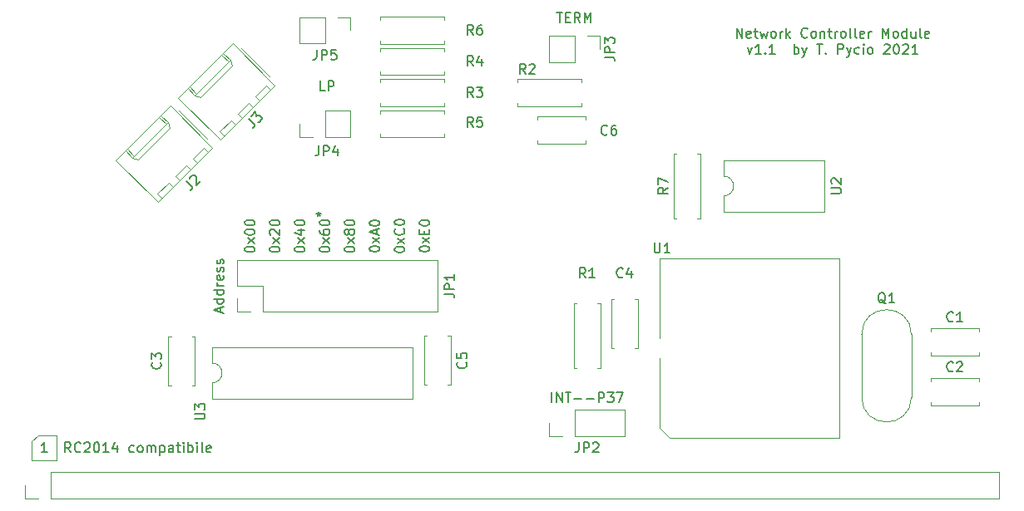
<source format=gbr>
G04 #@! TF.GenerationSoftware,KiCad,Pcbnew,(5.1.10)-1*
G04 #@! TF.CreationDate,2021-10-20T19:59:30+02:00*
G04 #@! TF.ProjectId,Arcnet,4172636e-6574-42e6-9b69-6361645f7063,rev?*
G04 #@! TF.SameCoordinates,Original*
G04 #@! TF.FileFunction,Legend,Top*
G04 #@! TF.FilePolarity,Positive*
%FSLAX46Y46*%
G04 Gerber Fmt 4.6, Leading zero omitted, Abs format (unit mm)*
G04 Created by KiCad (PCBNEW (5.1.10)-1) date 2021-10-20 19:59:30*
%MOMM*%
%LPD*%
G01*
G04 APERTURE LIST*
%ADD10C,0.150000*%
%ADD11C,0.120000*%
G04 APERTURE END LIST*
D10*
X143510000Y-92162380D02*
X143510000Y-92400476D01*
X143271904Y-92305238D02*
X143510000Y-92400476D01*
X143748095Y-92305238D01*
X143367142Y-92590952D02*
X143510000Y-92400476D01*
X143652857Y-92590952D01*
X167219761Y-111577380D02*
X167219761Y-110577380D01*
X167695952Y-111577380D02*
X167695952Y-110577380D01*
X168267380Y-111577380D01*
X168267380Y-110577380D01*
X168600714Y-110577380D02*
X169172142Y-110577380D01*
X168886428Y-111577380D02*
X168886428Y-110577380D01*
X169505476Y-111196428D02*
X170267380Y-111196428D01*
X170743571Y-111196428D02*
X171505476Y-111196428D01*
X171981666Y-111577380D02*
X171981666Y-110577380D01*
X172362619Y-110577380D01*
X172457857Y-110625000D01*
X172505476Y-110672619D01*
X172553095Y-110767857D01*
X172553095Y-110910714D01*
X172505476Y-111005952D01*
X172457857Y-111053571D01*
X172362619Y-111101190D01*
X171981666Y-111101190D01*
X172886428Y-110577380D02*
X173505476Y-110577380D01*
X173172142Y-110958333D01*
X173315000Y-110958333D01*
X173410238Y-111005952D01*
X173457857Y-111053571D01*
X173505476Y-111148809D01*
X173505476Y-111386904D01*
X173457857Y-111482142D01*
X173410238Y-111529761D01*
X173315000Y-111577380D01*
X173029285Y-111577380D01*
X172934047Y-111529761D01*
X172886428Y-111482142D01*
X173838809Y-110577380D02*
X174505476Y-110577380D01*
X174076904Y-111577380D01*
X153757380Y-95995952D02*
X153757380Y-95900714D01*
X153805000Y-95805476D01*
X153852619Y-95757857D01*
X153947857Y-95710238D01*
X154138333Y-95662619D01*
X154376428Y-95662619D01*
X154566904Y-95710238D01*
X154662142Y-95757857D01*
X154709761Y-95805476D01*
X154757380Y-95900714D01*
X154757380Y-95995952D01*
X154709761Y-96091190D01*
X154662142Y-96138809D01*
X154566904Y-96186428D01*
X154376428Y-96234047D01*
X154138333Y-96234047D01*
X153947857Y-96186428D01*
X153852619Y-96138809D01*
X153805000Y-96091190D01*
X153757380Y-95995952D01*
X154757380Y-95329285D02*
X154090714Y-94805476D01*
X154090714Y-95329285D02*
X154757380Y-94805476D01*
X154233571Y-94424523D02*
X154233571Y-94091190D01*
X154757380Y-93948333D02*
X154757380Y-94424523D01*
X153757380Y-94424523D01*
X153757380Y-93948333D01*
X153757380Y-93329285D02*
X153757380Y-93234047D01*
X153805000Y-93138809D01*
X153852619Y-93091190D01*
X153947857Y-93043571D01*
X154138333Y-92995952D01*
X154376428Y-92995952D01*
X154566904Y-93043571D01*
X154662142Y-93091190D01*
X154709761Y-93138809D01*
X154757380Y-93234047D01*
X154757380Y-93329285D01*
X154709761Y-93424523D01*
X154662142Y-93472142D01*
X154566904Y-93519761D01*
X154376428Y-93567380D01*
X154138333Y-93567380D01*
X153947857Y-93519761D01*
X153852619Y-93472142D01*
X153805000Y-93424523D01*
X153757380Y-93329285D01*
X151217380Y-96043571D02*
X151217380Y-95948333D01*
X151265000Y-95853095D01*
X151312619Y-95805476D01*
X151407857Y-95757857D01*
X151598333Y-95710238D01*
X151836428Y-95710238D01*
X152026904Y-95757857D01*
X152122142Y-95805476D01*
X152169761Y-95853095D01*
X152217380Y-95948333D01*
X152217380Y-96043571D01*
X152169761Y-96138809D01*
X152122142Y-96186428D01*
X152026904Y-96234047D01*
X151836428Y-96281666D01*
X151598333Y-96281666D01*
X151407857Y-96234047D01*
X151312619Y-96186428D01*
X151265000Y-96138809D01*
X151217380Y-96043571D01*
X152217380Y-95376904D02*
X151550714Y-94853095D01*
X151550714Y-95376904D02*
X152217380Y-94853095D01*
X152122142Y-93900714D02*
X152169761Y-93948333D01*
X152217380Y-94091190D01*
X152217380Y-94186428D01*
X152169761Y-94329285D01*
X152074523Y-94424523D01*
X151979285Y-94472142D01*
X151788809Y-94519761D01*
X151645952Y-94519761D01*
X151455476Y-94472142D01*
X151360238Y-94424523D01*
X151265000Y-94329285D01*
X151217380Y-94186428D01*
X151217380Y-94091190D01*
X151265000Y-93948333D01*
X151312619Y-93900714D01*
X151217380Y-93281666D02*
X151217380Y-93186428D01*
X151265000Y-93091190D01*
X151312619Y-93043571D01*
X151407857Y-92995952D01*
X151598333Y-92948333D01*
X151836428Y-92948333D01*
X152026904Y-92995952D01*
X152122142Y-93043571D01*
X152169761Y-93091190D01*
X152217380Y-93186428D01*
X152217380Y-93281666D01*
X152169761Y-93376904D01*
X152122142Y-93424523D01*
X152026904Y-93472142D01*
X151836428Y-93519761D01*
X151598333Y-93519761D01*
X151407857Y-93472142D01*
X151312619Y-93424523D01*
X151265000Y-93376904D01*
X151217380Y-93281666D01*
X148677380Y-95972142D02*
X148677380Y-95876904D01*
X148725000Y-95781666D01*
X148772619Y-95734047D01*
X148867857Y-95686428D01*
X149058333Y-95638809D01*
X149296428Y-95638809D01*
X149486904Y-95686428D01*
X149582142Y-95734047D01*
X149629761Y-95781666D01*
X149677380Y-95876904D01*
X149677380Y-95972142D01*
X149629761Y-96067380D01*
X149582142Y-96115000D01*
X149486904Y-96162619D01*
X149296428Y-96210238D01*
X149058333Y-96210238D01*
X148867857Y-96162619D01*
X148772619Y-96115000D01*
X148725000Y-96067380D01*
X148677380Y-95972142D01*
X149677380Y-95305476D02*
X149010714Y-94781666D01*
X149010714Y-95305476D02*
X149677380Y-94781666D01*
X149391666Y-94448333D02*
X149391666Y-93972142D01*
X149677380Y-94543571D02*
X148677380Y-94210238D01*
X149677380Y-93876904D01*
X148677380Y-93353095D02*
X148677380Y-93257857D01*
X148725000Y-93162619D01*
X148772619Y-93115000D01*
X148867857Y-93067380D01*
X149058333Y-93019761D01*
X149296428Y-93019761D01*
X149486904Y-93067380D01*
X149582142Y-93115000D01*
X149629761Y-93162619D01*
X149677380Y-93257857D01*
X149677380Y-93353095D01*
X149629761Y-93448333D01*
X149582142Y-93495952D01*
X149486904Y-93543571D01*
X149296428Y-93591190D01*
X149058333Y-93591190D01*
X148867857Y-93543571D01*
X148772619Y-93495952D01*
X148725000Y-93448333D01*
X148677380Y-93353095D01*
X146137380Y-96019761D02*
X146137380Y-95924523D01*
X146185000Y-95829285D01*
X146232619Y-95781666D01*
X146327857Y-95734047D01*
X146518333Y-95686428D01*
X146756428Y-95686428D01*
X146946904Y-95734047D01*
X147042142Y-95781666D01*
X147089761Y-95829285D01*
X147137380Y-95924523D01*
X147137380Y-96019761D01*
X147089761Y-96115000D01*
X147042142Y-96162619D01*
X146946904Y-96210238D01*
X146756428Y-96257857D01*
X146518333Y-96257857D01*
X146327857Y-96210238D01*
X146232619Y-96162619D01*
X146185000Y-96115000D01*
X146137380Y-96019761D01*
X147137380Y-95353095D02*
X146470714Y-94829285D01*
X146470714Y-95353095D02*
X147137380Y-94829285D01*
X146565952Y-94305476D02*
X146518333Y-94400714D01*
X146470714Y-94448333D01*
X146375476Y-94495952D01*
X146327857Y-94495952D01*
X146232619Y-94448333D01*
X146185000Y-94400714D01*
X146137380Y-94305476D01*
X146137380Y-94115000D01*
X146185000Y-94019761D01*
X146232619Y-93972142D01*
X146327857Y-93924523D01*
X146375476Y-93924523D01*
X146470714Y-93972142D01*
X146518333Y-94019761D01*
X146565952Y-94115000D01*
X146565952Y-94305476D01*
X146613571Y-94400714D01*
X146661190Y-94448333D01*
X146756428Y-94495952D01*
X146946904Y-94495952D01*
X147042142Y-94448333D01*
X147089761Y-94400714D01*
X147137380Y-94305476D01*
X147137380Y-94115000D01*
X147089761Y-94019761D01*
X147042142Y-93972142D01*
X146946904Y-93924523D01*
X146756428Y-93924523D01*
X146661190Y-93972142D01*
X146613571Y-94019761D01*
X146565952Y-94115000D01*
X146137380Y-93305476D02*
X146137380Y-93210238D01*
X146185000Y-93115000D01*
X146232619Y-93067380D01*
X146327857Y-93019761D01*
X146518333Y-92972142D01*
X146756428Y-92972142D01*
X146946904Y-93019761D01*
X147042142Y-93067380D01*
X147089761Y-93115000D01*
X147137380Y-93210238D01*
X147137380Y-93305476D01*
X147089761Y-93400714D01*
X147042142Y-93448333D01*
X146946904Y-93495952D01*
X146756428Y-93543571D01*
X146518333Y-93543571D01*
X146327857Y-93495952D01*
X146232619Y-93448333D01*
X146185000Y-93400714D01*
X146137380Y-93305476D01*
X143597380Y-96019761D02*
X143597380Y-95924523D01*
X143645000Y-95829285D01*
X143692619Y-95781666D01*
X143787857Y-95734047D01*
X143978333Y-95686428D01*
X144216428Y-95686428D01*
X144406904Y-95734047D01*
X144502142Y-95781666D01*
X144549761Y-95829285D01*
X144597380Y-95924523D01*
X144597380Y-96019761D01*
X144549761Y-96115000D01*
X144502142Y-96162619D01*
X144406904Y-96210238D01*
X144216428Y-96257857D01*
X143978333Y-96257857D01*
X143787857Y-96210238D01*
X143692619Y-96162619D01*
X143645000Y-96115000D01*
X143597380Y-96019761D01*
X144597380Y-95353095D02*
X143930714Y-94829285D01*
X143930714Y-95353095D02*
X144597380Y-94829285D01*
X143597380Y-94019761D02*
X143597380Y-94210238D01*
X143645000Y-94305476D01*
X143692619Y-94353095D01*
X143835476Y-94448333D01*
X144025952Y-94495952D01*
X144406904Y-94495952D01*
X144502142Y-94448333D01*
X144549761Y-94400714D01*
X144597380Y-94305476D01*
X144597380Y-94115000D01*
X144549761Y-94019761D01*
X144502142Y-93972142D01*
X144406904Y-93924523D01*
X144168809Y-93924523D01*
X144073571Y-93972142D01*
X144025952Y-94019761D01*
X143978333Y-94115000D01*
X143978333Y-94305476D01*
X144025952Y-94400714D01*
X144073571Y-94448333D01*
X144168809Y-94495952D01*
X143597380Y-93305476D02*
X143597380Y-93210238D01*
X143645000Y-93115000D01*
X143692619Y-93067380D01*
X143787857Y-93019761D01*
X143978333Y-92972142D01*
X144216428Y-92972142D01*
X144406904Y-93019761D01*
X144502142Y-93067380D01*
X144549761Y-93115000D01*
X144597380Y-93210238D01*
X144597380Y-93305476D01*
X144549761Y-93400714D01*
X144502142Y-93448333D01*
X144406904Y-93495952D01*
X144216428Y-93543571D01*
X143978333Y-93543571D01*
X143787857Y-93495952D01*
X143692619Y-93448333D01*
X143645000Y-93400714D01*
X143597380Y-93305476D01*
X141057380Y-96019761D02*
X141057380Y-95924523D01*
X141105000Y-95829285D01*
X141152619Y-95781666D01*
X141247857Y-95734047D01*
X141438333Y-95686428D01*
X141676428Y-95686428D01*
X141866904Y-95734047D01*
X141962142Y-95781666D01*
X142009761Y-95829285D01*
X142057380Y-95924523D01*
X142057380Y-96019761D01*
X142009761Y-96115000D01*
X141962142Y-96162619D01*
X141866904Y-96210238D01*
X141676428Y-96257857D01*
X141438333Y-96257857D01*
X141247857Y-96210238D01*
X141152619Y-96162619D01*
X141105000Y-96115000D01*
X141057380Y-96019761D01*
X142057380Y-95353095D02*
X141390714Y-94829285D01*
X141390714Y-95353095D02*
X142057380Y-94829285D01*
X141390714Y-94019761D02*
X142057380Y-94019761D01*
X141009761Y-94257857D02*
X141724047Y-94495952D01*
X141724047Y-93876904D01*
X141057380Y-93305476D02*
X141057380Y-93210238D01*
X141105000Y-93115000D01*
X141152619Y-93067380D01*
X141247857Y-93019761D01*
X141438333Y-92972142D01*
X141676428Y-92972142D01*
X141866904Y-93019761D01*
X141962142Y-93067380D01*
X142009761Y-93115000D01*
X142057380Y-93210238D01*
X142057380Y-93305476D01*
X142009761Y-93400714D01*
X141962142Y-93448333D01*
X141866904Y-93495952D01*
X141676428Y-93543571D01*
X141438333Y-93543571D01*
X141247857Y-93495952D01*
X141152619Y-93448333D01*
X141105000Y-93400714D01*
X141057380Y-93305476D01*
X138517380Y-96019761D02*
X138517380Y-95924523D01*
X138565000Y-95829285D01*
X138612619Y-95781666D01*
X138707857Y-95734047D01*
X138898333Y-95686428D01*
X139136428Y-95686428D01*
X139326904Y-95734047D01*
X139422142Y-95781666D01*
X139469761Y-95829285D01*
X139517380Y-95924523D01*
X139517380Y-96019761D01*
X139469761Y-96115000D01*
X139422142Y-96162619D01*
X139326904Y-96210238D01*
X139136428Y-96257857D01*
X138898333Y-96257857D01*
X138707857Y-96210238D01*
X138612619Y-96162619D01*
X138565000Y-96115000D01*
X138517380Y-96019761D01*
X139517380Y-95353095D02*
X138850714Y-94829285D01*
X138850714Y-95353095D02*
X139517380Y-94829285D01*
X138612619Y-94495952D02*
X138565000Y-94448333D01*
X138517380Y-94353095D01*
X138517380Y-94115000D01*
X138565000Y-94019761D01*
X138612619Y-93972142D01*
X138707857Y-93924523D01*
X138803095Y-93924523D01*
X138945952Y-93972142D01*
X139517380Y-94543571D01*
X139517380Y-93924523D01*
X138517380Y-93305476D02*
X138517380Y-93210238D01*
X138565000Y-93115000D01*
X138612619Y-93067380D01*
X138707857Y-93019761D01*
X138898333Y-92972142D01*
X139136428Y-92972142D01*
X139326904Y-93019761D01*
X139422142Y-93067380D01*
X139469761Y-93115000D01*
X139517380Y-93210238D01*
X139517380Y-93305476D01*
X139469761Y-93400714D01*
X139422142Y-93448333D01*
X139326904Y-93495952D01*
X139136428Y-93543571D01*
X138898333Y-93543571D01*
X138707857Y-93495952D01*
X138612619Y-93448333D01*
X138565000Y-93400714D01*
X138517380Y-93305476D01*
X135977380Y-96019761D02*
X135977380Y-95924523D01*
X136025000Y-95829285D01*
X136072619Y-95781666D01*
X136167857Y-95734047D01*
X136358333Y-95686428D01*
X136596428Y-95686428D01*
X136786904Y-95734047D01*
X136882142Y-95781666D01*
X136929761Y-95829285D01*
X136977380Y-95924523D01*
X136977380Y-96019761D01*
X136929761Y-96115000D01*
X136882142Y-96162619D01*
X136786904Y-96210238D01*
X136596428Y-96257857D01*
X136358333Y-96257857D01*
X136167857Y-96210238D01*
X136072619Y-96162619D01*
X136025000Y-96115000D01*
X135977380Y-96019761D01*
X136977380Y-95353095D02*
X136310714Y-94829285D01*
X136310714Y-95353095D02*
X136977380Y-94829285D01*
X135977380Y-94257857D02*
X135977380Y-94162619D01*
X136025000Y-94067380D01*
X136072619Y-94019761D01*
X136167857Y-93972142D01*
X136358333Y-93924523D01*
X136596428Y-93924523D01*
X136786904Y-93972142D01*
X136882142Y-94019761D01*
X136929761Y-94067380D01*
X136977380Y-94162619D01*
X136977380Y-94257857D01*
X136929761Y-94353095D01*
X136882142Y-94400714D01*
X136786904Y-94448333D01*
X136596428Y-94495952D01*
X136358333Y-94495952D01*
X136167857Y-94448333D01*
X136072619Y-94400714D01*
X136025000Y-94353095D01*
X135977380Y-94257857D01*
X135977380Y-93305476D02*
X135977380Y-93210238D01*
X136025000Y-93115000D01*
X136072619Y-93067380D01*
X136167857Y-93019761D01*
X136358333Y-92972142D01*
X136596428Y-92972142D01*
X136786904Y-93019761D01*
X136882142Y-93067380D01*
X136929761Y-93115000D01*
X136977380Y-93210238D01*
X136977380Y-93305476D01*
X136929761Y-93400714D01*
X136882142Y-93448333D01*
X136786904Y-93495952D01*
X136596428Y-93543571D01*
X136358333Y-93543571D01*
X136167857Y-93495952D01*
X136072619Y-93448333D01*
X136025000Y-93400714D01*
X135977380Y-93305476D01*
X186048285Y-74430380D02*
X186048285Y-73430380D01*
X186619714Y-74430380D01*
X186619714Y-73430380D01*
X187476857Y-74382761D02*
X187381619Y-74430380D01*
X187191142Y-74430380D01*
X187095904Y-74382761D01*
X187048285Y-74287523D01*
X187048285Y-73906571D01*
X187095904Y-73811333D01*
X187191142Y-73763714D01*
X187381619Y-73763714D01*
X187476857Y-73811333D01*
X187524476Y-73906571D01*
X187524476Y-74001809D01*
X187048285Y-74097047D01*
X187810190Y-73763714D02*
X188191142Y-73763714D01*
X187953047Y-73430380D02*
X187953047Y-74287523D01*
X188000666Y-74382761D01*
X188095904Y-74430380D01*
X188191142Y-74430380D01*
X188429238Y-73763714D02*
X188619714Y-74430380D01*
X188810190Y-73954190D01*
X189000666Y-74430380D01*
X189191142Y-73763714D01*
X189714952Y-74430380D02*
X189619714Y-74382761D01*
X189572095Y-74335142D01*
X189524476Y-74239904D01*
X189524476Y-73954190D01*
X189572095Y-73858952D01*
X189619714Y-73811333D01*
X189714952Y-73763714D01*
X189857809Y-73763714D01*
X189953047Y-73811333D01*
X190000666Y-73858952D01*
X190048285Y-73954190D01*
X190048285Y-74239904D01*
X190000666Y-74335142D01*
X189953047Y-74382761D01*
X189857809Y-74430380D01*
X189714952Y-74430380D01*
X190476857Y-74430380D02*
X190476857Y-73763714D01*
X190476857Y-73954190D02*
X190524476Y-73858952D01*
X190572095Y-73811333D01*
X190667333Y-73763714D01*
X190762571Y-73763714D01*
X191095904Y-74430380D02*
X191095904Y-73430380D01*
X191191142Y-74049428D02*
X191476857Y-74430380D01*
X191476857Y-73763714D02*
X191095904Y-74144666D01*
X193238761Y-74335142D02*
X193191142Y-74382761D01*
X193048285Y-74430380D01*
X192953047Y-74430380D01*
X192810190Y-74382761D01*
X192714952Y-74287523D01*
X192667333Y-74192285D01*
X192619714Y-74001809D01*
X192619714Y-73858952D01*
X192667333Y-73668476D01*
X192714952Y-73573238D01*
X192810190Y-73478000D01*
X192953047Y-73430380D01*
X193048285Y-73430380D01*
X193191142Y-73478000D01*
X193238761Y-73525619D01*
X193810190Y-74430380D02*
X193714952Y-74382761D01*
X193667333Y-74335142D01*
X193619714Y-74239904D01*
X193619714Y-73954190D01*
X193667333Y-73858952D01*
X193714952Y-73811333D01*
X193810190Y-73763714D01*
X193953047Y-73763714D01*
X194048285Y-73811333D01*
X194095904Y-73858952D01*
X194143523Y-73954190D01*
X194143523Y-74239904D01*
X194095904Y-74335142D01*
X194048285Y-74382761D01*
X193953047Y-74430380D01*
X193810190Y-74430380D01*
X194572095Y-73763714D02*
X194572095Y-74430380D01*
X194572095Y-73858952D02*
X194619714Y-73811333D01*
X194714952Y-73763714D01*
X194857809Y-73763714D01*
X194953047Y-73811333D01*
X195000666Y-73906571D01*
X195000666Y-74430380D01*
X195334000Y-73763714D02*
X195714952Y-73763714D01*
X195476857Y-73430380D02*
X195476857Y-74287523D01*
X195524476Y-74382761D01*
X195619714Y-74430380D01*
X195714952Y-74430380D01*
X196048285Y-74430380D02*
X196048285Y-73763714D01*
X196048285Y-73954190D02*
X196095904Y-73858952D01*
X196143523Y-73811333D01*
X196238761Y-73763714D01*
X196334000Y-73763714D01*
X196810190Y-74430380D02*
X196714952Y-74382761D01*
X196667333Y-74335142D01*
X196619714Y-74239904D01*
X196619714Y-73954190D01*
X196667333Y-73858952D01*
X196714952Y-73811333D01*
X196810190Y-73763714D01*
X196953047Y-73763714D01*
X197048285Y-73811333D01*
X197095904Y-73858952D01*
X197143523Y-73954190D01*
X197143523Y-74239904D01*
X197095904Y-74335142D01*
X197048285Y-74382761D01*
X196953047Y-74430380D01*
X196810190Y-74430380D01*
X197714952Y-74430380D02*
X197619714Y-74382761D01*
X197572095Y-74287523D01*
X197572095Y-73430380D01*
X198238761Y-74430380D02*
X198143523Y-74382761D01*
X198095904Y-74287523D01*
X198095904Y-73430380D01*
X199000666Y-74382761D02*
X198905428Y-74430380D01*
X198714952Y-74430380D01*
X198619714Y-74382761D01*
X198572095Y-74287523D01*
X198572095Y-73906571D01*
X198619714Y-73811333D01*
X198714952Y-73763714D01*
X198905428Y-73763714D01*
X199000666Y-73811333D01*
X199048285Y-73906571D01*
X199048285Y-74001809D01*
X198572095Y-74097047D01*
X199476857Y-74430380D02*
X199476857Y-73763714D01*
X199476857Y-73954190D02*
X199524476Y-73858952D01*
X199572095Y-73811333D01*
X199667333Y-73763714D01*
X199762571Y-73763714D01*
X200857809Y-74430380D02*
X200857809Y-73430380D01*
X201191142Y-74144666D01*
X201524476Y-73430380D01*
X201524476Y-74430380D01*
X202143523Y-74430380D02*
X202048285Y-74382761D01*
X202000666Y-74335142D01*
X201953047Y-74239904D01*
X201953047Y-73954190D01*
X202000666Y-73858952D01*
X202048285Y-73811333D01*
X202143523Y-73763714D01*
X202286380Y-73763714D01*
X202381619Y-73811333D01*
X202429238Y-73858952D01*
X202476857Y-73954190D01*
X202476857Y-74239904D01*
X202429238Y-74335142D01*
X202381619Y-74382761D01*
X202286380Y-74430380D01*
X202143523Y-74430380D01*
X203334000Y-74430380D02*
X203334000Y-73430380D01*
X203334000Y-74382761D02*
X203238761Y-74430380D01*
X203048285Y-74430380D01*
X202953047Y-74382761D01*
X202905428Y-74335142D01*
X202857809Y-74239904D01*
X202857809Y-73954190D01*
X202905428Y-73858952D01*
X202953047Y-73811333D01*
X203048285Y-73763714D01*
X203238761Y-73763714D01*
X203334000Y-73811333D01*
X204238761Y-73763714D02*
X204238761Y-74430380D01*
X203810190Y-73763714D02*
X203810190Y-74287523D01*
X203857809Y-74382761D01*
X203953047Y-74430380D01*
X204095904Y-74430380D01*
X204191142Y-74382761D01*
X204238761Y-74335142D01*
X204857809Y-74430380D02*
X204762571Y-74382761D01*
X204714952Y-74287523D01*
X204714952Y-73430380D01*
X205619714Y-74382761D02*
X205524476Y-74430380D01*
X205334000Y-74430380D01*
X205238761Y-74382761D01*
X205191142Y-74287523D01*
X205191142Y-73906571D01*
X205238761Y-73811333D01*
X205334000Y-73763714D01*
X205524476Y-73763714D01*
X205619714Y-73811333D01*
X205667333Y-73906571D01*
X205667333Y-74001809D01*
X205191142Y-74097047D01*
X187143523Y-75413714D02*
X187381619Y-76080380D01*
X187619714Y-75413714D01*
X188524476Y-76080380D02*
X187953047Y-76080380D01*
X188238761Y-76080380D02*
X188238761Y-75080380D01*
X188143523Y-75223238D01*
X188048285Y-75318476D01*
X187953047Y-75366095D01*
X188953047Y-75985142D02*
X189000666Y-76032761D01*
X188953047Y-76080380D01*
X188905428Y-76032761D01*
X188953047Y-75985142D01*
X188953047Y-76080380D01*
X189953047Y-76080380D02*
X189381619Y-76080380D01*
X189667333Y-76080380D02*
X189667333Y-75080380D01*
X189572095Y-75223238D01*
X189476857Y-75318476D01*
X189381619Y-75366095D01*
X191905428Y-76080380D02*
X191905428Y-75080380D01*
X191905428Y-75461333D02*
X192000666Y-75413714D01*
X192191142Y-75413714D01*
X192286380Y-75461333D01*
X192334000Y-75508952D01*
X192381619Y-75604190D01*
X192381619Y-75889904D01*
X192334000Y-75985142D01*
X192286380Y-76032761D01*
X192191142Y-76080380D01*
X192000666Y-76080380D01*
X191905428Y-76032761D01*
X192714952Y-75413714D02*
X192953047Y-76080380D01*
X193191142Y-75413714D02*
X192953047Y-76080380D01*
X192857809Y-76318476D01*
X192810190Y-76366095D01*
X192714952Y-76413714D01*
X194191142Y-75080380D02*
X194762571Y-75080380D01*
X194476857Y-76080380D02*
X194476857Y-75080380D01*
X195095904Y-75985142D02*
X195143523Y-76032761D01*
X195095904Y-76080380D01*
X195048285Y-76032761D01*
X195095904Y-75985142D01*
X195095904Y-76080380D01*
X196334000Y-76080380D02*
X196334000Y-75080380D01*
X196714952Y-75080380D01*
X196810190Y-75128000D01*
X196857809Y-75175619D01*
X196905428Y-75270857D01*
X196905428Y-75413714D01*
X196857809Y-75508952D01*
X196810190Y-75556571D01*
X196714952Y-75604190D01*
X196334000Y-75604190D01*
X197238761Y-75413714D02*
X197476857Y-76080380D01*
X197714952Y-75413714D02*
X197476857Y-76080380D01*
X197381619Y-76318476D01*
X197334000Y-76366095D01*
X197238761Y-76413714D01*
X198524476Y-76032761D02*
X198429238Y-76080380D01*
X198238761Y-76080380D01*
X198143523Y-76032761D01*
X198095904Y-75985142D01*
X198048285Y-75889904D01*
X198048285Y-75604190D01*
X198095904Y-75508952D01*
X198143523Y-75461333D01*
X198238761Y-75413714D01*
X198429238Y-75413714D01*
X198524476Y-75461333D01*
X198953047Y-76080380D02*
X198953047Y-75413714D01*
X198953047Y-75080380D02*
X198905428Y-75128000D01*
X198953047Y-75175619D01*
X199000666Y-75128000D01*
X198953047Y-75080380D01*
X198953047Y-75175619D01*
X199572095Y-76080380D02*
X199476857Y-76032761D01*
X199429238Y-75985142D01*
X199381619Y-75889904D01*
X199381619Y-75604190D01*
X199429238Y-75508952D01*
X199476857Y-75461333D01*
X199572095Y-75413714D01*
X199714952Y-75413714D01*
X199810190Y-75461333D01*
X199857809Y-75508952D01*
X199905428Y-75604190D01*
X199905428Y-75889904D01*
X199857809Y-75985142D01*
X199810190Y-76032761D01*
X199714952Y-76080380D01*
X199572095Y-76080380D01*
X201048285Y-75175619D02*
X201095904Y-75128000D01*
X201191142Y-75080380D01*
X201429238Y-75080380D01*
X201524476Y-75128000D01*
X201572095Y-75175619D01*
X201619714Y-75270857D01*
X201619714Y-75366095D01*
X201572095Y-75508952D01*
X201000666Y-76080380D01*
X201619714Y-76080380D01*
X202238761Y-75080380D02*
X202334000Y-75080380D01*
X202429238Y-75128000D01*
X202476857Y-75175619D01*
X202524476Y-75270857D01*
X202572095Y-75461333D01*
X202572095Y-75699428D01*
X202524476Y-75889904D01*
X202476857Y-75985142D01*
X202429238Y-76032761D01*
X202334000Y-76080380D01*
X202238761Y-76080380D01*
X202143523Y-76032761D01*
X202095904Y-75985142D01*
X202048285Y-75889904D01*
X202000666Y-75699428D01*
X202000666Y-75461333D01*
X202048285Y-75270857D01*
X202095904Y-75175619D01*
X202143523Y-75128000D01*
X202238761Y-75080380D01*
X202953047Y-75175619D02*
X203000666Y-75128000D01*
X203095904Y-75080380D01*
X203334000Y-75080380D01*
X203429238Y-75128000D01*
X203476857Y-75175619D01*
X203524476Y-75270857D01*
X203524476Y-75366095D01*
X203476857Y-75508952D01*
X202905428Y-76080380D01*
X203524476Y-76080380D01*
X204476857Y-76080380D02*
X203905428Y-76080380D01*
X204191142Y-76080380D02*
X204191142Y-75080380D01*
X204095904Y-75223238D01*
X204000666Y-75318476D01*
X203905428Y-75366095D01*
X115855714Y-116657380D02*
X115284285Y-116657380D01*
X115570000Y-116657380D02*
X115570000Y-115657380D01*
X115474761Y-115800238D01*
X115379523Y-115895476D01*
X115284285Y-115943095D01*
D11*
X116840000Y-117475000D02*
X114300000Y-117475000D01*
X116840000Y-114935000D02*
X116840000Y-117475000D01*
X114935000Y-114935000D02*
X116840000Y-114935000D01*
X114300000Y-115570000D02*
X114935000Y-114935000D01*
X114300000Y-117475000D02*
X114300000Y-115570000D01*
X178200000Y-107045000D02*
X178200000Y-114170000D01*
X178200000Y-114170000D02*
X179200000Y-115170000D01*
X179200000Y-115170000D02*
X196450000Y-115170000D01*
X196450000Y-115170000D02*
X196450000Y-96920000D01*
X196450000Y-96920000D02*
X178200000Y-96920000D01*
X178200000Y-96920000D02*
X178200000Y-105045000D01*
X169445000Y-108045000D02*
X169775000Y-108045000D01*
X169445000Y-101505000D02*
X169445000Y-108045000D01*
X169775000Y-101505000D02*
X169445000Y-101505000D01*
X172185000Y-108045000D02*
X171855000Y-108045000D01*
X172185000Y-101505000D02*
X172185000Y-108045000D01*
X171855000Y-101505000D02*
X172185000Y-101505000D01*
X156630000Y-104805000D02*
X156945000Y-104805000D01*
X154205000Y-104805000D02*
X154520000Y-104805000D01*
X156630000Y-109745000D02*
X156945000Y-109745000D01*
X154205000Y-109745000D02*
X154520000Y-109745000D01*
X156945000Y-109745000D02*
X156945000Y-104805000D01*
X154205000Y-109745000D02*
X154205000Y-104805000D01*
X198770000Y-104650000D02*
X198770000Y-111050000D01*
X203820000Y-104650000D02*
X203820000Y-111050000D01*
X198770000Y-111050000D02*
G75*
G03*
X203820000Y-111050000I2525000J0D01*
G01*
X198770000Y-104650000D02*
G75*
G02*
X203820000Y-104650000I2525000J0D01*
G01*
X174685000Y-114995000D02*
X174685000Y-112335000D01*
X169545000Y-114995000D02*
X174685000Y-114995000D01*
X169545000Y-112335000D02*
X174685000Y-112335000D01*
X169545000Y-114995000D02*
X169545000Y-112335000D01*
X168275000Y-114995000D02*
X166945000Y-114995000D01*
X166945000Y-114995000D02*
X166945000Y-113665000D01*
X179935000Y-92805000D02*
X179605000Y-92805000D01*
X179605000Y-92805000D02*
X179605000Y-86265000D01*
X179605000Y-86265000D02*
X179935000Y-86265000D01*
X182015000Y-92805000D02*
X182345000Y-92805000D01*
X182345000Y-92805000D02*
X182345000Y-86265000D01*
X182345000Y-86265000D02*
X182015000Y-86265000D01*
X165765000Y-82450000D02*
X170705000Y-82450000D01*
X165765000Y-85190000D02*
X170705000Y-85190000D01*
X165765000Y-82450000D02*
X165765000Y-82765000D01*
X165765000Y-84875000D02*
X165765000Y-85190000D01*
X170705000Y-82450000D02*
X170705000Y-82765000D01*
X170705000Y-84875000D02*
X170705000Y-85190000D01*
X184725000Y-90535000D02*
X184725000Y-92185000D01*
X184725000Y-92185000D02*
X195005000Y-92185000D01*
X195005000Y-92185000D02*
X195005000Y-86885000D01*
X195005000Y-86885000D02*
X184725000Y-86885000D01*
X184725000Y-86885000D02*
X184725000Y-88535000D01*
X184725000Y-88535000D02*
G75*
G02*
X184725000Y-90535000I0J-1000000D01*
G01*
X156305000Y-74700000D02*
X156305000Y-75030000D01*
X156305000Y-75030000D02*
X149765000Y-75030000D01*
X149765000Y-75030000D02*
X149765000Y-74700000D01*
X156305000Y-72620000D02*
X156305000Y-72290000D01*
X156305000Y-72290000D02*
X149765000Y-72290000D01*
X149765000Y-72290000D02*
X149765000Y-72620000D01*
X149765000Y-82145000D02*
X149765000Y-81815000D01*
X149765000Y-81815000D02*
X156305000Y-81815000D01*
X156305000Y-81815000D02*
X156305000Y-82145000D01*
X149765000Y-84225000D02*
X149765000Y-84555000D01*
X149765000Y-84555000D02*
X156305000Y-84555000D01*
X156305000Y-84555000D02*
X156305000Y-84225000D01*
X141545000Y-72330000D02*
X141545000Y-74990000D01*
X144145000Y-72330000D02*
X141545000Y-72330000D01*
X144145000Y-74990000D02*
X141545000Y-74990000D01*
X144145000Y-72330000D02*
X144145000Y-74990000D01*
X145415000Y-72330000D02*
X146745000Y-72330000D01*
X146745000Y-72330000D02*
X146745000Y-73660000D01*
X146745000Y-84515000D02*
X146745000Y-81855000D01*
X144145000Y-84515000D02*
X146745000Y-84515000D01*
X144145000Y-81855000D02*
X146745000Y-81855000D01*
X144145000Y-84515000D02*
X144145000Y-81855000D01*
X142875000Y-84515000D02*
X141545000Y-84515000D01*
X141545000Y-84515000D02*
X141545000Y-83185000D01*
X139008341Y-79271726D02*
X134751558Y-75014943D01*
X134751558Y-75014943D02*
X129207841Y-80558661D01*
X129207841Y-80558661D02*
X133464624Y-84815443D01*
X133464624Y-84815443D02*
X139008341Y-79271726D01*
X138485082Y-78338345D02*
X135656655Y-75509918D01*
X133775751Y-75990751D02*
X134482858Y-76697858D01*
X134482858Y-76697858D02*
X130890755Y-80289960D01*
X130890755Y-80289960D02*
X130183648Y-79582853D01*
X134482858Y-76697858D02*
X134680847Y-77249401D01*
X134680847Y-77249401D02*
X131442298Y-80487950D01*
X131442298Y-80487950D02*
X130890755Y-80289960D01*
X133598974Y-76167527D02*
X134306081Y-76874634D01*
X130360425Y-79406076D02*
X131067532Y-80113183D01*
X138598219Y-79681848D02*
X138173955Y-79257584D01*
X138173955Y-79257584D02*
X137042584Y-80388955D01*
X137042584Y-80388955D02*
X137466848Y-80813219D01*
X136802168Y-81477899D02*
X136377904Y-81053635D01*
X136377904Y-81053635D02*
X135246533Y-82185006D01*
X135246533Y-82185006D02*
X135670797Y-82609270D01*
X135006117Y-83273951D02*
X134581852Y-82849687D01*
X134581852Y-82849687D02*
X133450482Y-83981057D01*
X133450482Y-83981057D02*
X133874746Y-84405321D01*
X132658341Y-85621726D02*
X128401558Y-81364943D01*
X128401558Y-81364943D02*
X122857841Y-86908661D01*
X122857841Y-86908661D02*
X127114624Y-91165443D01*
X127114624Y-91165443D02*
X132658341Y-85621726D01*
X132135082Y-84688345D02*
X129306655Y-81859918D01*
X127425751Y-82340751D02*
X128132858Y-83047858D01*
X128132858Y-83047858D02*
X124540755Y-86639960D01*
X124540755Y-86639960D02*
X123833648Y-85932853D01*
X128132858Y-83047858D02*
X128330847Y-83599401D01*
X128330847Y-83599401D02*
X125092298Y-86837950D01*
X125092298Y-86837950D02*
X124540755Y-86639960D01*
X127248974Y-82517527D02*
X127956081Y-83224634D01*
X124010425Y-85756076D02*
X124717532Y-86463183D01*
X132248219Y-86031848D02*
X131823955Y-85607584D01*
X131823955Y-85607584D02*
X130692584Y-86738955D01*
X130692584Y-86738955D02*
X131116848Y-87163219D01*
X130452168Y-87827899D02*
X130027904Y-87403635D01*
X130027904Y-87403635D02*
X128896533Y-88535006D01*
X128896533Y-88535006D02*
X129320797Y-88959270D01*
X128656117Y-89623951D02*
X128231852Y-89199687D01*
X128231852Y-89199687D02*
X127100482Y-90331057D01*
X127100482Y-90331057D02*
X127524746Y-90755321D01*
X156305000Y-78205000D02*
X156305000Y-77875000D01*
X149765000Y-78205000D02*
X156305000Y-78205000D01*
X149765000Y-77875000D02*
X149765000Y-78205000D01*
X156305000Y-75465000D02*
X156305000Y-75795000D01*
X149765000Y-75465000D02*
X156305000Y-75465000D01*
X149765000Y-75795000D02*
X149765000Y-75465000D01*
X149765000Y-78640000D02*
X149765000Y-78970000D01*
X156305000Y-78640000D02*
X149765000Y-78640000D01*
X156305000Y-78970000D02*
X156305000Y-78640000D01*
X149765000Y-81380000D02*
X149765000Y-81050000D01*
X156305000Y-81380000D02*
X149765000Y-81380000D01*
X156305000Y-81050000D02*
X156305000Y-81380000D01*
X163735000Y-78640000D02*
X163735000Y-78970000D01*
X170275000Y-78640000D02*
X163735000Y-78640000D01*
X170275000Y-78970000D02*
X170275000Y-78640000D01*
X163735000Y-81380000D02*
X163735000Y-81050000D01*
X170275000Y-81380000D02*
X163735000Y-81380000D01*
X170275000Y-81050000D02*
X170275000Y-81380000D01*
X172145000Y-74235000D02*
X172145000Y-75565000D01*
X170815000Y-74235000D02*
X172145000Y-74235000D01*
X169545000Y-74235000D02*
X169545000Y-76895000D01*
X169545000Y-76895000D02*
X166945000Y-76895000D01*
X169545000Y-74235000D02*
X166945000Y-74235000D01*
X166945000Y-74235000D02*
X166945000Y-76895000D01*
X175680000Y-101075000D02*
X175995000Y-101075000D01*
X173255000Y-101075000D02*
X173570000Y-101075000D01*
X175680000Y-106015000D02*
X175995000Y-106015000D01*
X173255000Y-106015000D02*
X173570000Y-106015000D01*
X175995000Y-106015000D02*
X175995000Y-101075000D01*
X173255000Y-106015000D02*
X173255000Y-101075000D01*
X130595000Y-104885000D02*
X130910000Y-104885000D01*
X128170000Y-104885000D02*
X128485000Y-104885000D01*
X130595000Y-109825000D02*
X130910000Y-109825000D01*
X128170000Y-109825000D02*
X128485000Y-109825000D01*
X130910000Y-109825000D02*
X130910000Y-104885000D01*
X128170000Y-109825000D02*
X128170000Y-104885000D01*
X132655000Y-105935000D02*
X132655000Y-107585000D01*
X153095000Y-105935000D02*
X132655000Y-105935000D01*
X153095000Y-111235000D02*
X153095000Y-105935000D01*
X132655000Y-111235000D02*
X153095000Y-111235000D01*
X132655000Y-109585000D02*
X132655000Y-111235000D01*
X132655000Y-107585000D02*
G75*
G02*
X132655000Y-109585000I0J-1000000D01*
G01*
X135195000Y-102295000D02*
X135195000Y-100965000D01*
X136525000Y-102295000D02*
X135195000Y-102295000D01*
X135195000Y-99695000D02*
X135195000Y-97095000D01*
X137795000Y-99695000D02*
X135195000Y-99695000D01*
X137795000Y-102295000D02*
X137795000Y-99695000D01*
X135195000Y-97095000D02*
X155635000Y-97095000D01*
X137795000Y-102295000D02*
X155635000Y-102295000D01*
X155635000Y-102295000D02*
X155635000Y-97095000D01*
X210710000Y-111545000D02*
X210710000Y-111860000D01*
X210710000Y-109120000D02*
X210710000Y-109435000D01*
X205770000Y-111545000D02*
X205770000Y-111860000D01*
X205770000Y-109120000D02*
X205770000Y-109435000D01*
X205770000Y-111860000D02*
X210710000Y-111860000D01*
X205770000Y-109120000D02*
X210710000Y-109120000D01*
X210710000Y-106465000D02*
X210710000Y-106780000D01*
X210710000Y-104040000D02*
X210710000Y-104355000D01*
X205770000Y-106465000D02*
X205770000Y-106780000D01*
X205770000Y-104040000D02*
X205770000Y-104355000D01*
X205770000Y-106780000D02*
X210710000Y-106780000D01*
X205770000Y-104040000D02*
X210710000Y-104040000D01*
X212785000Y-121345000D02*
X212785000Y-118685000D01*
X116205000Y-121345000D02*
X212785000Y-121345000D01*
X116205000Y-118685000D02*
X212785000Y-118685000D01*
X116205000Y-121345000D02*
X116205000Y-118685000D01*
X114935000Y-121345000D02*
X113605000Y-121345000D01*
X113605000Y-121345000D02*
X113605000Y-120015000D01*
D10*
X177673095Y-95337380D02*
X177673095Y-96146904D01*
X177720714Y-96242142D01*
X177768333Y-96289761D01*
X177863571Y-96337380D01*
X178054047Y-96337380D01*
X178149285Y-96289761D01*
X178196904Y-96242142D01*
X178244523Y-96146904D01*
X178244523Y-95337380D01*
X179244523Y-96337380D02*
X178673095Y-96337380D01*
X178958809Y-96337380D02*
X178958809Y-95337380D01*
X178863571Y-95480238D01*
X178768333Y-95575476D01*
X178673095Y-95623095D01*
X170648333Y-98877380D02*
X170315000Y-98401190D01*
X170076904Y-98877380D02*
X170076904Y-97877380D01*
X170457857Y-97877380D01*
X170553095Y-97925000D01*
X170600714Y-97972619D01*
X170648333Y-98067857D01*
X170648333Y-98210714D01*
X170600714Y-98305952D01*
X170553095Y-98353571D01*
X170457857Y-98401190D01*
X170076904Y-98401190D01*
X171600714Y-98877380D02*
X171029285Y-98877380D01*
X171315000Y-98877380D02*
X171315000Y-97877380D01*
X171219761Y-98020238D01*
X171124523Y-98115476D01*
X171029285Y-98163095D01*
X158472142Y-107481666D02*
X158519761Y-107529285D01*
X158567380Y-107672142D01*
X158567380Y-107767380D01*
X158519761Y-107910238D01*
X158424523Y-108005476D01*
X158329285Y-108053095D01*
X158138809Y-108100714D01*
X157995952Y-108100714D01*
X157805476Y-108053095D01*
X157710238Y-108005476D01*
X157615000Y-107910238D01*
X157567380Y-107767380D01*
X157567380Y-107672142D01*
X157615000Y-107529285D01*
X157662619Y-107481666D01*
X157567380Y-106576904D02*
X157567380Y-107053095D01*
X158043571Y-107100714D01*
X157995952Y-107053095D01*
X157948333Y-106957857D01*
X157948333Y-106719761D01*
X157995952Y-106624523D01*
X158043571Y-106576904D01*
X158138809Y-106529285D01*
X158376904Y-106529285D01*
X158472142Y-106576904D01*
X158519761Y-106624523D01*
X158567380Y-106719761D01*
X158567380Y-106957857D01*
X158519761Y-107053095D01*
X158472142Y-107100714D01*
X201199761Y-101512619D02*
X201104523Y-101465000D01*
X201009285Y-101369761D01*
X200866428Y-101226904D01*
X200771190Y-101179285D01*
X200675952Y-101179285D01*
X200723571Y-101417380D02*
X200628333Y-101369761D01*
X200533095Y-101274523D01*
X200485476Y-101084047D01*
X200485476Y-100750714D01*
X200533095Y-100560238D01*
X200628333Y-100465000D01*
X200723571Y-100417380D01*
X200914047Y-100417380D01*
X201009285Y-100465000D01*
X201104523Y-100560238D01*
X201152142Y-100750714D01*
X201152142Y-101084047D01*
X201104523Y-101274523D01*
X201009285Y-101369761D01*
X200914047Y-101417380D01*
X200723571Y-101417380D01*
X202104523Y-101417380D02*
X201533095Y-101417380D01*
X201818809Y-101417380D02*
X201818809Y-100417380D01*
X201723571Y-100560238D01*
X201628333Y-100655476D01*
X201533095Y-100703095D01*
X169981666Y-115657380D02*
X169981666Y-116371666D01*
X169934047Y-116514523D01*
X169838809Y-116609761D01*
X169695952Y-116657380D01*
X169600714Y-116657380D01*
X170457857Y-116657380D02*
X170457857Y-115657380D01*
X170838809Y-115657380D01*
X170934047Y-115705000D01*
X170981666Y-115752619D01*
X171029285Y-115847857D01*
X171029285Y-115990714D01*
X170981666Y-116085952D01*
X170934047Y-116133571D01*
X170838809Y-116181190D01*
X170457857Y-116181190D01*
X171410238Y-115752619D02*
X171457857Y-115705000D01*
X171553095Y-115657380D01*
X171791190Y-115657380D01*
X171886428Y-115705000D01*
X171934047Y-115752619D01*
X171981666Y-115847857D01*
X171981666Y-115943095D01*
X171934047Y-116085952D01*
X171362619Y-116657380D01*
X171981666Y-116657380D01*
X179057380Y-89701666D02*
X178581190Y-90035000D01*
X179057380Y-90273095D02*
X178057380Y-90273095D01*
X178057380Y-89892142D01*
X178105000Y-89796904D01*
X178152619Y-89749285D01*
X178247857Y-89701666D01*
X178390714Y-89701666D01*
X178485952Y-89749285D01*
X178533571Y-89796904D01*
X178581190Y-89892142D01*
X178581190Y-90273095D01*
X178057380Y-89368333D02*
X178057380Y-88701666D01*
X179057380Y-89130238D01*
X172870833Y-84240642D02*
X172823214Y-84288261D01*
X172680357Y-84335880D01*
X172585119Y-84335880D01*
X172442261Y-84288261D01*
X172347023Y-84193023D01*
X172299404Y-84097785D01*
X172251785Y-83907309D01*
X172251785Y-83764452D01*
X172299404Y-83573976D01*
X172347023Y-83478738D01*
X172442261Y-83383500D01*
X172585119Y-83335880D01*
X172680357Y-83335880D01*
X172823214Y-83383500D01*
X172870833Y-83431119D01*
X173727976Y-83335880D02*
X173537500Y-83335880D01*
X173442261Y-83383500D01*
X173394642Y-83431119D01*
X173299404Y-83573976D01*
X173251785Y-83764452D01*
X173251785Y-84145404D01*
X173299404Y-84240642D01*
X173347023Y-84288261D01*
X173442261Y-84335880D01*
X173632738Y-84335880D01*
X173727976Y-84288261D01*
X173775595Y-84240642D01*
X173823214Y-84145404D01*
X173823214Y-83907309D01*
X173775595Y-83812071D01*
X173727976Y-83764452D01*
X173632738Y-83716833D01*
X173442261Y-83716833D01*
X173347023Y-83764452D01*
X173299404Y-83812071D01*
X173251785Y-83907309D01*
X195667380Y-90296904D02*
X196476904Y-90296904D01*
X196572142Y-90249285D01*
X196619761Y-90201666D01*
X196667380Y-90106428D01*
X196667380Y-89915952D01*
X196619761Y-89820714D01*
X196572142Y-89773095D01*
X196476904Y-89725476D01*
X195667380Y-89725476D01*
X195762619Y-89296904D02*
X195715000Y-89249285D01*
X195667380Y-89154047D01*
X195667380Y-88915952D01*
X195715000Y-88820714D01*
X195762619Y-88773095D01*
X195857857Y-88725476D01*
X195953095Y-88725476D01*
X196095952Y-88773095D01*
X196667380Y-89344523D01*
X196667380Y-88725476D01*
X159218333Y-74112380D02*
X158885000Y-73636190D01*
X158646904Y-74112380D02*
X158646904Y-73112380D01*
X159027857Y-73112380D01*
X159123095Y-73160000D01*
X159170714Y-73207619D01*
X159218333Y-73302857D01*
X159218333Y-73445714D01*
X159170714Y-73540952D01*
X159123095Y-73588571D01*
X159027857Y-73636190D01*
X158646904Y-73636190D01*
X160075476Y-73112380D02*
X159885000Y-73112380D01*
X159789761Y-73160000D01*
X159742142Y-73207619D01*
X159646904Y-73350476D01*
X159599285Y-73540952D01*
X159599285Y-73921904D01*
X159646904Y-74017142D01*
X159694523Y-74064761D01*
X159789761Y-74112380D01*
X159980238Y-74112380D01*
X160075476Y-74064761D01*
X160123095Y-74017142D01*
X160170714Y-73921904D01*
X160170714Y-73683809D01*
X160123095Y-73588571D01*
X160075476Y-73540952D01*
X159980238Y-73493333D01*
X159789761Y-73493333D01*
X159694523Y-73540952D01*
X159646904Y-73588571D01*
X159599285Y-73683809D01*
X159218333Y-83510380D02*
X158885000Y-83034190D01*
X158646904Y-83510380D02*
X158646904Y-82510380D01*
X159027857Y-82510380D01*
X159123095Y-82558000D01*
X159170714Y-82605619D01*
X159218333Y-82700857D01*
X159218333Y-82843714D01*
X159170714Y-82938952D01*
X159123095Y-82986571D01*
X159027857Y-83034190D01*
X158646904Y-83034190D01*
X160123095Y-82510380D02*
X159646904Y-82510380D01*
X159599285Y-82986571D01*
X159646904Y-82938952D01*
X159742142Y-82891333D01*
X159980238Y-82891333D01*
X160075476Y-82938952D01*
X160123095Y-82986571D01*
X160170714Y-83081809D01*
X160170714Y-83319904D01*
X160123095Y-83415142D01*
X160075476Y-83462761D01*
X159980238Y-83510380D01*
X159742142Y-83510380D01*
X159646904Y-83462761D01*
X159599285Y-83415142D01*
X143311666Y-75652380D02*
X143311666Y-76366666D01*
X143264047Y-76509523D01*
X143168809Y-76604761D01*
X143025952Y-76652380D01*
X142930714Y-76652380D01*
X143787857Y-76652380D02*
X143787857Y-75652380D01*
X144168809Y-75652380D01*
X144264047Y-75700000D01*
X144311666Y-75747619D01*
X144359285Y-75842857D01*
X144359285Y-75985714D01*
X144311666Y-76080952D01*
X144264047Y-76128571D01*
X144168809Y-76176190D01*
X143787857Y-76176190D01*
X145264047Y-75652380D02*
X144787857Y-75652380D01*
X144740238Y-76128571D01*
X144787857Y-76080952D01*
X144883095Y-76033333D01*
X145121190Y-76033333D01*
X145216428Y-76080952D01*
X145264047Y-76128571D01*
X145311666Y-76223809D01*
X145311666Y-76461904D01*
X145264047Y-76557142D01*
X145216428Y-76604761D01*
X145121190Y-76652380D01*
X144883095Y-76652380D01*
X144787857Y-76604761D01*
X144740238Y-76557142D01*
X144145023Y-79827380D02*
X143668833Y-79827380D01*
X143668833Y-78827380D01*
X144478357Y-79827380D02*
X144478357Y-78827380D01*
X144859309Y-78827380D01*
X144954547Y-78875000D01*
X145002166Y-78922619D01*
X145049785Y-79017857D01*
X145049785Y-79160714D01*
X145002166Y-79255952D01*
X144954547Y-79303571D01*
X144859309Y-79351190D01*
X144478357Y-79351190D01*
X143502166Y-85431380D02*
X143502166Y-86145666D01*
X143454547Y-86288523D01*
X143359309Y-86383761D01*
X143216452Y-86431380D01*
X143121214Y-86431380D01*
X143978357Y-86431380D02*
X143978357Y-85431380D01*
X144359309Y-85431380D01*
X144454547Y-85479000D01*
X144502166Y-85526619D01*
X144549785Y-85621857D01*
X144549785Y-85764714D01*
X144502166Y-85859952D01*
X144454547Y-85907571D01*
X144359309Y-85955190D01*
X143978357Y-85955190D01*
X145406928Y-85764714D02*
X145406928Y-86431380D01*
X145168833Y-85383761D02*
X144930738Y-86098047D01*
X145549785Y-86098047D01*
X136384301Y-82662808D02*
X136889377Y-83167884D01*
X136956721Y-83302571D01*
X136956721Y-83437258D01*
X136889377Y-83571945D01*
X136822034Y-83639288D01*
X136653675Y-82393434D02*
X137091408Y-81955701D01*
X137125080Y-82460777D01*
X137226095Y-82359762D01*
X137327110Y-82326090D01*
X137394454Y-82326090D01*
X137495469Y-82359762D01*
X137663828Y-82528121D01*
X137697499Y-82629136D01*
X137697499Y-82696479D01*
X137663828Y-82797495D01*
X137461797Y-82999525D01*
X137360782Y-83033197D01*
X137293438Y-83033197D01*
X130034301Y-89012808D02*
X130539377Y-89517884D01*
X130606721Y-89652571D01*
X130606721Y-89787258D01*
X130539377Y-89921945D01*
X130472034Y-89989288D01*
X130404690Y-88777105D02*
X130404690Y-88709762D01*
X130438362Y-88608747D01*
X130606721Y-88440388D01*
X130707736Y-88406716D01*
X130775080Y-88406716D01*
X130876095Y-88440388D01*
X130943438Y-88507731D01*
X131010782Y-88642418D01*
X131010782Y-89450540D01*
X131448515Y-89012808D01*
X159218333Y-77287380D02*
X158885000Y-76811190D01*
X158646904Y-77287380D02*
X158646904Y-76287380D01*
X159027857Y-76287380D01*
X159123095Y-76335000D01*
X159170714Y-76382619D01*
X159218333Y-76477857D01*
X159218333Y-76620714D01*
X159170714Y-76715952D01*
X159123095Y-76763571D01*
X159027857Y-76811190D01*
X158646904Y-76811190D01*
X160075476Y-76620714D02*
X160075476Y-77287380D01*
X159837380Y-76239761D02*
X159599285Y-76954047D01*
X160218333Y-76954047D01*
X159218333Y-80462380D02*
X158885000Y-79986190D01*
X158646904Y-80462380D02*
X158646904Y-79462380D01*
X159027857Y-79462380D01*
X159123095Y-79510000D01*
X159170714Y-79557619D01*
X159218333Y-79652857D01*
X159218333Y-79795714D01*
X159170714Y-79890952D01*
X159123095Y-79938571D01*
X159027857Y-79986190D01*
X158646904Y-79986190D01*
X159551666Y-79462380D02*
X160170714Y-79462380D01*
X159837380Y-79843333D01*
X159980238Y-79843333D01*
X160075476Y-79890952D01*
X160123095Y-79938571D01*
X160170714Y-80033809D01*
X160170714Y-80271904D01*
X160123095Y-80367142D01*
X160075476Y-80414761D01*
X159980238Y-80462380D01*
X159694523Y-80462380D01*
X159599285Y-80414761D01*
X159551666Y-80367142D01*
X164552333Y-78112880D02*
X164219000Y-77636690D01*
X163980904Y-78112880D02*
X163980904Y-77112880D01*
X164361857Y-77112880D01*
X164457095Y-77160500D01*
X164504714Y-77208119D01*
X164552333Y-77303357D01*
X164552333Y-77446214D01*
X164504714Y-77541452D01*
X164457095Y-77589071D01*
X164361857Y-77636690D01*
X163980904Y-77636690D01*
X164933285Y-77208119D02*
X164980904Y-77160500D01*
X165076142Y-77112880D01*
X165314238Y-77112880D01*
X165409476Y-77160500D01*
X165457095Y-77208119D01*
X165504714Y-77303357D01*
X165504714Y-77398595D01*
X165457095Y-77541452D01*
X164885666Y-78112880D01*
X165504714Y-78112880D01*
X172597380Y-76398333D02*
X173311666Y-76398333D01*
X173454523Y-76445952D01*
X173549761Y-76541190D01*
X173597380Y-76684047D01*
X173597380Y-76779285D01*
X173597380Y-75922142D02*
X172597380Y-75922142D01*
X172597380Y-75541190D01*
X172645000Y-75445952D01*
X172692619Y-75398333D01*
X172787857Y-75350714D01*
X172930714Y-75350714D01*
X173025952Y-75398333D01*
X173073571Y-75445952D01*
X173121190Y-75541190D01*
X173121190Y-75922142D01*
X172597380Y-75017380D02*
X172597380Y-74398333D01*
X172978333Y-74731666D01*
X172978333Y-74588809D01*
X173025952Y-74493571D01*
X173073571Y-74445952D01*
X173168809Y-74398333D01*
X173406904Y-74398333D01*
X173502142Y-74445952D01*
X173549761Y-74493571D01*
X173597380Y-74588809D01*
X173597380Y-74874523D01*
X173549761Y-74969761D01*
X173502142Y-75017380D01*
X167735476Y-71842380D02*
X168306904Y-71842380D01*
X168021190Y-72842380D02*
X168021190Y-71842380D01*
X168640238Y-72318571D02*
X168973571Y-72318571D01*
X169116428Y-72842380D02*
X168640238Y-72842380D01*
X168640238Y-71842380D01*
X169116428Y-71842380D01*
X170116428Y-72842380D02*
X169783095Y-72366190D01*
X169545000Y-72842380D02*
X169545000Y-71842380D01*
X169925952Y-71842380D01*
X170021190Y-71890000D01*
X170068809Y-71937619D01*
X170116428Y-72032857D01*
X170116428Y-72175714D01*
X170068809Y-72270952D01*
X170021190Y-72318571D01*
X169925952Y-72366190D01*
X169545000Y-72366190D01*
X170545000Y-72842380D02*
X170545000Y-71842380D01*
X170878333Y-72556666D01*
X171211666Y-71842380D01*
X171211666Y-72842380D01*
X174458333Y-98782142D02*
X174410714Y-98829761D01*
X174267857Y-98877380D01*
X174172619Y-98877380D01*
X174029761Y-98829761D01*
X173934523Y-98734523D01*
X173886904Y-98639285D01*
X173839285Y-98448809D01*
X173839285Y-98305952D01*
X173886904Y-98115476D01*
X173934523Y-98020238D01*
X174029761Y-97925000D01*
X174172619Y-97877380D01*
X174267857Y-97877380D01*
X174410714Y-97925000D01*
X174458333Y-97972619D01*
X175315476Y-98210714D02*
X175315476Y-98877380D01*
X175077380Y-97829761D02*
X174839285Y-98544047D01*
X175458333Y-98544047D01*
X127397142Y-107521666D02*
X127444761Y-107569285D01*
X127492380Y-107712142D01*
X127492380Y-107807380D01*
X127444761Y-107950238D01*
X127349523Y-108045476D01*
X127254285Y-108093095D01*
X127063809Y-108140714D01*
X126920952Y-108140714D01*
X126730476Y-108093095D01*
X126635238Y-108045476D01*
X126540000Y-107950238D01*
X126492380Y-107807380D01*
X126492380Y-107712142D01*
X126540000Y-107569285D01*
X126587619Y-107521666D01*
X126492380Y-107188333D02*
X126492380Y-106569285D01*
X126873333Y-106902619D01*
X126873333Y-106759761D01*
X126920952Y-106664523D01*
X126968571Y-106616904D01*
X127063809Y-106569285D01*
X127301904Y-106569285D01*
X127397142Y-106616904D01*
X127444761Y-106664523D01*
X127492380Y-106759761D01*
X127492380Y-107045476D01*
X127444761Y-107140714D01*
X127397142Y-107188333D01*
X130897380Y-113283904D02*
X131706904Y-113283904D01*
X131802142Y-113236285D01*
X131849761Y-113188666D01*
X131897380Y-113093428D01*
X131897380Y-112902952D01*
X131849761Y-112807714D01*
X131802142Y-112760095D01*
X131706904Y-112712476D01*
X130897380Y-112712476D01*
X130897380Y-112331523D02*
X130897380Y-111712476D01*
X131278333Y-112045809D01*
X131278333Y-111902952D01*
X131325952Y-111807714D01*
X131373571Y-111760095D01*
X131468809Y-111712476D01*
X131706904Y-111712476D01*
X131802142Y-111760095D01*
X131849761Y-111807714D01*
X131897380Y-111902952D01*
X131897380Y-112188666D01*
X131849761Y-112283904D01*
X131802142Y-112331523D01*
X156297380Y-100528333D02*
X157011666Y-100528333D01*
X157154523Y-100575952D01*
X157249761Y-100671190D01*
X157297380Y-100814047D01*
X157297380Y-100909285D01*
X157297380Y-100052142D02*
X156297380Y-100052142D01*
X156297380Y-99671190D01*
X156345000Y-99575952D01*
X156392619Y-99528333D01*
X156487857Y-99480714D01*
X156630714Y-99480714D01*
X156725952Y-99528333D01*
X156773571Y-99575952D01*
X156821190Y-99671190D01*
X156821190Y-100052142D01*
X157297380Y-98528333D02*
X157297380Y-99099761D01*
X157297380Y-98814047D02*
X156297380Y-98814047D01*
X156440238Y-98909285D01*
X156535476Y-99004523D01*
X156583095Y-99099761D01*
X133516666Y-102385476D02*
X133516666Y-101909285D01*
X133802380Y-102480714D02*
X132802380Y-102147380D01*
X133802380Y-101814047D01*
X133802380Y-101052142D02*
X132802380Y-101052142D01*
X133754761Y-101052142D02*
X133802380Y-101147380D01*
X133802380Y-101337857D01*
X133754761Y-101433095D01*
X133707142Y-101480714D01*
X133611904Y-101528333D01*
X133326190Y-101528333D01*
X133230952Y-101480714D01*
X133183333Y-101433095D01*
X133135714Y-101337857D01*
X133135714Y-101147380D01*
X133183333Y-101052142D01*
X133802380Y-100147380D02*
X132802380Y-100147380D01*
X133754761Y-100147380D02*
X133802380Y-100242619D01*
X133802380Y-100433095D01*
X133754761Y-100528333D01*
X133707142Y-100575952D01*
X133611904Y-100623571D01*
X133326190Y-100623571D01*
X133230952Y-100575952D01*
X133183333Y-100528333D01*
X133135714Y-100433095D01*
X133135714Y-100242619D01*
X133183333Y-100147380D01*
X133802380Y-99671190D02*
X133135714Y-99671190D01*
X133326190Y-99671190D02*
X133230952Y-99623571D01*
X133183333Y-99575952D01*
X133135714Y-99480714D01*
X133135714Y-99385476D01*
X133754761Y-98671190D02*
X133802380Y-98766428D01*
X133802380Y-98956904D01*
X133754761Y-99052142D01*
X133659523Y-99099761D01*
X133278571Y-99099761D01*
X133183333Y-99052142D01*
X133135714Y-98956904D01*
X133135714Y-98766428D01*
X133183333Y-98671190D01*
X133278571Y-98623571D01*
X133373809Y-98623571D01*
X133469047Y-99099761D01*
X133754761Y-98242619D02*
X133802380Y-98147380D01*
X133802380Y-97956904D01*
X133754761Y-97861666D01*
X133659523Y-97814047D01*
X133611904Y-97814047D01*
X133516666Y-97861666D01*
X133469047Y-97956904D01*
X133469047Y-98099761D01*
X133421428Y-98195000D01*
X133326190Y-98242619D01*
X133278571Y-98242619D01*
X133183333Y-98195000D01*
X133135714Y-98099761D01*
X133135714Y-97956904D01*
X133183333Y-97861666D01*
X133754761Y-97433095D02*
X133802380Y-97337857D01*
X133802380Y-97147380D01*
X133754761Y-97052142D01*
X133659523Y-97004523D01*
X133611904Y-97004523D01*
X133516666Y-97052142D01*
X133469047Y-97147380D01*
X133469047Y-97290238D01*
X133421428Y-97385476D01*
X133326190Y-97433095D01*
X133278571Y-97433095D01*
X133183333Y-97385476D01*
X133135714Y-97290238D01*
X133135714Y-97147380D01*
X133183333Y-97052142D01*
X208073333Y-108347142D02*
X208025714Y-108394761D01*
X207882857Y-108442380D01*
X207787619Y-108442380D01*
X207644761Y-108394761D01*
X207549523Y-108299523D01*
X207501904Y-108204285D01*
X207454285Y-108013809D01*
X207454285Y-107870952D01*
X207501904Y-107680476D01*
X207549523Y-107585238D01*
X207644761Y-107490000D01*
X207787619Y-107442380D01*
X207882857Y-107442380D01*
X208025714Y-107490000D01*
X208073333Y-107537619D01*
X208454285Y-107537619D02*
X208501904Y-107490000D01*
X208597142Y-107442380D01*
X208835238Y-107442380D01*
X208930476Y-107490000D01*
X208978095Y-107537619D01*
X209025714Y-107632857D01*
X209025714Y-107728095D01*
X208978095Y-107870952D01*
X208406666Y-108442380D01*
X209025714Y-108442380D01*
X208073333Y-103267142D02*
X208025714Y-103314761D01*
X207882857Y-103362380D01*
X207787619Y-103362380D01*
X207644761Y-103314761D01*
X207549523Y-103219523D01*
X207501904Y-103124285D01*
X207454285Y-102933809D01*
X207454285Y-102790952D01*
X207501904Y-102600476D01*
X207549523Y-102505238D01*
X207644761Y-102410000D01*
X207787619Y-102362380D01*
X207882857Y-102362380D01*
X208025714Y-102410000D01*
X208073333Y-102457619D01*
X209025714Y-103362380D02*
X208454285Y-103362380D01*
X208740000Y-103362380D02*
X208740000Y-102362380D01*
X208644761Y-102505238D01*
X208549523Y-102600476D01*
X208454285Y-102648095D01*
X118261666Y-116657380D02*
X117928333Y-116181190D01*
X117690238Y-116657380D02*
X117690238Y-115657380D01*
X118071190Y-115657380D01*
X118166428Y-115705000D01*
X118214047Y-115752619D01*
X118261666Y-115847857D01*
X118261666Y-115990714D01*
X118214047Y-116085952D01*
X118166428Y-116133571D01*
X118071190Y-116181190D01*
X117690238Y-116181190D01*
X119261666Y-116562142D02*
X119214047Y-116609761D01*
X119071190Y-116657380D01*
X118975952Y-116657380D01*
X118833095Y-116609761D01*
X118737857Y-116514523D01*
X118690238Y-116419285D01*
X118642619Y-116228809D01*
X118642619Y-116085952D01*
X118690238Y-115895476D01*
X118737857Y-115800238D01*
X118833095Y-115705000D01*
X118975952Y-115657380D01*
X119071190Y-115657380D01*
X119214047Y-115705000D01*
X119261666Y-115752619D01*
X119642619Y-115752619D02*
X119690238Y-115705000D01*
X119785476Y-115657380D01*
X120023571Y-115657380D01*
X120118809Y-115705000D01*
X120166428Y-115752619D01*
X120214047Y-115847857D01*
X120214047Y-115943095D01*
X120166428Y-116085952D01*
X119595000Y-116657380D01*
X120214047Y-116657380D01*
X120833095Y-115657380D02*
X120928333Y-115657380D01*
X121023571Y-115705000D01*
X121071190Y-115752619D01*
X121118809Y-115847857D01*
X121166428Y-116038333D01*
X121166428Y-116276428D01*
X121118809Y-116466904D01*
X121071190Y-116562142D01*
X121023571Y-116609761D01*
X120928333Y-116657380D01*
X120833095Y-116657380D01*
X120737857Y-116609761D01*
X120690238Y-116562142D01*
X120642619Y-116466904D01*
X120595000Y-116276428D01*
X120595000Y-116038333D01*
X120642619Y-115847857D01*
X120690238Y-115752619D01*
X120737857Y-115705000D01*
X120833095Y-115657380D01*
X122118809Y-116657380D02*
X121547380Y-116657380D01*
X121833095Y-116657380D02*
X121833095Y-115657380D01*
X121737857Y-115800238D01*
X121642619Y-115895476D01*
X121547380Y-115943095D01*
X122975952Y-115990714D02*
X122975952Y-116657380D01*
X122737857Y-115609761D02*
X122499761Y-116324047D01*
X123118809Y-116324047D01*
X124690238Y-116609761D02*
X124595000Y-116657380D01*
X124404523Y-116657380D01*
X124309285Y-116609761D01*
X124261666Y-116562142D01*
X124214047Y-116466904D01*
X124214047Y-116181190D01*
X124261666Y-116085952D01*
X124309285Y-116038333D01*
X124404523Y-115990714D01*
X124595000Y-115990714D01*
X124690238Y-116038333D01*
X125261666Y-116657380D02*
X125166428Y-116609761D01*
X125118809Y-116562142D01*
X125071190Y-116466904D01*
X125071190Y-116181190D01*
X125118809Y-116085952D01*
X125166428Y-116038333D01*
X125261666Y-115990714D01*
X125404523Y-115990714D01*
X125499761Y-116038333D01*
X125547380Y-116085952D01*
X125595000Y-116181190D01*
X125595000Y-116466904D01*
X125547380Y-116562142D01*
X125499761Y-116609761D01*
X125404523Y-116657380D01*
X125261666Y-116657380D01*
X126023571Y-116657380D02*
X126023571Y-115990714D01*
X126023571Y-116085952D02*
X126071190Y-116038333D01*
X126166428Y-115990714D01*
X126309285Y-115990714D01*
X126404523Y-116038333D01*
X126452142Y-116133571D01*
X126452142Y-116657380D01*
X126452142Y-116133571D02*
X126499761Y-116038333D01*
X126595000Y-115990714D01*
X126737857Y-115990714D01*
X126833095Y-116038333D01*
X126880714Y-116133571D01*
X126880714Y-116657380D01*
X127356904Y-115990714D02*
X127356904Y-116990714D01*
X127356904Y-116038333D02*
X127452142Y-115990714D01*
X127642619Y-115990714D01*
X127737857Y-116038333D01*
X127785476Y-116085952D01*
X127833095Y-116181190D01*
X127833095Y-116466904D01*
X127785476Y-116562142D01*
X127737857Y-116609761D01*
X127642619Y-116657380D01*
X127452142Y-116657380D01*
X127356904Y-116609761D01*
X128690238Y-116657380D02*
X128690238Y-116133571D01*
X128642619Y-116038333D01*
X128547380Y-115990714D01*
X128356904Y-115990714D01*
X128261666Y-116038333D01*
X128690238Y-116609761D02*
X128595000Y-116657380D01*
X128356904Y-116657380D01*
X128261666Y-116609761D01*
X128214047Y-116514523D01*
X128214047Y-116419285D01*
X128261666Y-116324047D01*
X128356904Y-116276428D01*
X128595000Y-116276428D01*
X128690238Y-116228809D01*
X129023571Y-115990714D02*
X129404523Y-115990714D01*
X129166428Y-115657380D02*
X129166428Y-116514523D01*
X129214047Y-116609761D01*
X129309285Y-116657380D01*
X129404523Y-116657380D01*
X129737857Y-116657380D02*
X129737857Y-115990714D01*
X129737857Y-115657380D02*
X129690238Y-115705000D01*
X129737857Y-115752619D01*
X129785476Y-115705000D01*
X129737857Y-115657380D01*
X129737857Y-115752619D01*
X130214047Y-116657380D02*
X130214047Y-115657380D01*
X130214047Y-116038333D02*
X130309285Y-115990714D01*
X130499761Y-115990714D01*
X130595000Y-116038333D01*
X130642619Y-116085952D01*
X130690238Y-116181190D01*
X130690238Y-116466904D01*
X130642619Y-116562142D01*
X130595000Y-116609761D01*
X130499761Y-116657380D01*
X130309285Y-116657380D01*
X130214047Y-116609761D01*
X131118809Y-116657380D02*
X131118809Y-115990714D01*
X131118809Y-115657380D02*
X131071190Y-115705000D01*
X131118809Y-115752619D01*
X131166428Y-115705000D01*
X131118809Y-115657380D01*
X131118809Y-115752619D01*
X131737857Y-116657380D02*
X131642619Y-116609761D01*
X131595000Y-116514523D01*
X131595000Y-115657380D01*
X132499761Y-116609761D02*
X132404523Y-116657380D01*
X132214047Y-116657380D01*
X132118809Y-116609761D01*
X132071190Y-116514523D01*
X132071190Y-116133571D01*
X132118809Y-116038333D01*
X132214047Y-115990714D01*
X132404523Y-115990714D01*
X132499761Y-116038333D01*
X132547380Y-116133571D01*
X132547380Y-116228809D01*
X132071190Y-116324047D01*
M02*

</source>
